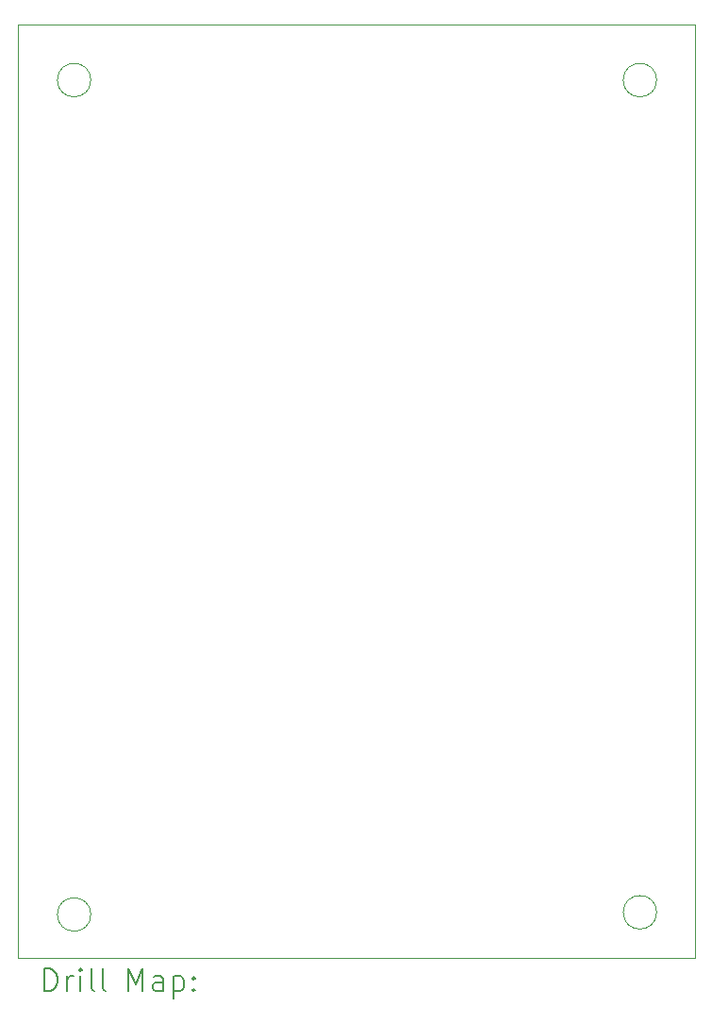
<source format=gbr>
%TF.GenerationSoftware,KiCad,Pcbnew,(7.0.0)*%
%TF.CreationDate,2023-03-15T19:38:20+01:00*%
%TF.ProjectId,QuinLED-ESP32-Breakout,5175696e-4c45-4442-9d45-535033322d42,rev?*%
%TF.SameCoordinates,Original*%
%TF.FileFunction,Drillmap*%
%TF.FilePolarity,Positive*%
%FSLAX45Y45*%
G04 Gerber Fmt 4.5, Leading zero omitted, Abs format (unit mm)*
G04 Created by KiCad (PCBNEW (7.0.0)) date 2023-03-15 19:38:20*
%MOMM*%
%LPD*%
G01*
G04 APERTURE LIST*
%ADD10C,0.100000*%
%ADD11C,0.200000*%
G04 APERTURE END LIST*
D10*
X12342000Y-10668000D02*
G75*
G03*
X12342000Y-10668000I-150000J0D01*
G01*
X6604000Y-10171492D02*
X12683570Y-10171492D01*
X12683570Y-10171492D02*
X12683570Y-18542000D01*
X12683570Y-18542000D02*
X6604000Y-18542000D01*
X6604000Y-18542000D02*
X6604000Y-10171492D01*
X12342000Y-18134014D02*
G75*
G03*
X12342000Y-18134014I-150000J0D01*
G01*
X7262000Y-18153518D02*
G75*
G03*
X7262000Y-18153518I-150000J0D01*
G01*
X7262000Y-10668000D02*
G75*
G03*
X7262000Y-10668000I-150000J0D01*
G01*
D11*
X6846619Y-18840476D02*
X6846619Y-18640476D01*
X6846619Y-18640476D02*
X6894238Y-18640476D01*
X6894238Y-18640476D02*
X6922809Y-18650000D01*
X6922809Y-18650000D02*
X6941857Y-18669048D01*
X6941857Y-18669048D02*
X6951381Y-18688095D01*
X6951381Y-18688095D02*
X6960905Y-18726190D01*
X6960905Y-18726190D02*
X6960905Y-18754762D01*
X6960905Y-18754762D02*
X6951381Y-18792857D01*
X6951381Y-18792857D02*
X6941857Y-18811905D01*
X6941857Y-18811905D02*
X6922809Y-18830952D01*
X6922809Y-18830952D02*
X6894238Y-18840476D01*
X6894238Y-18840476D02*
X6846619Y-18840476D01*
X7046619Y-18840476D02*
X7046619Y-18707143D01*
X7046619Y-18745238D02*
X7056143Y-18726190D01*
X7056143Y-18726190D02*
X7065667Y-18716667D01*
X7065667Y-18716667D02*
X7084714Y-18707143D01*
X7084714Y-18707143D02*
X7103762Y-18707143D01*
X7170428Y-18840476D02*
X7170428Y-18707143D01*
X7170428Y-18640476D02*
X7160905Y-18650000D01*
X7160905Y-18650000D02*
X7170428Y-18659524D01*
X7170428Y-18659524D02*
X7179952Y-18650000D01*
X7179952Y-18650000D02*
X7170428Y-18640476D01*
X7170428Y-18640476D02*
X7170428Y-18659524D01*
X7294238Y-18840476D02*
X7275190Y-18830952D01*
X7275190Y-18830952D02*
X7265667Y-18811905D01*
X7265667Y-18811905D02*
X7265667Y-18640476D01*
X7399000Y-18840476D02*
X7379952Y-18830952D01*
X7379952Y-18830952D02*
X7370428Y-18811905D01*
X7370428Y-18811905D02*
X7370428Y-18640476D01*
X7595190Y-18840476D02*
X7595190Y-18640476D01*
X7595190Y-18640476D02*
X7661857Y-18783333D01*
X7661857Y-18783333D02*
X7728524Y-18640476D01*
X7728524Y-18640476D02*
X7728524Y-18840476D01*
X7909476Y-18840476D02*
X7909476Y-18735714D01*
X7909476Y-18735714D02*
X7899952Y-18716667D01*
X7899952Y-18716667D02*
X7880905Y-18707143D01*
X7880905Y-18707143D02*
X7842809Y-18707143D01*
X7842809Y-18707143D02*
X7823762Y-18716667D01*
X7909476Y-18830952D02*
X7890428Y-18840476D01*
X7890428Y-18840476D02*
X7842809Y-18840476D01*
X7842809Y-18840476D02*
X7823762Y-18830952D01*
X7823762Y-18830952D02*
X7814238Y-18811905D01*
X7814238Y-18811905D02*
X7814238Y-18792857D01*
X7814238Y-18792857D02*
X7823762Y-18773810D01*
X7823762Y-18773810D02*
X7842809Y-18764286D01*
X7842809Y-18764286D02*
X7890428Y-18764286D01*
X7890428Y-18764286D02*
X7909476Y-18754762D01*
X8004714Y-18707143D02*
X8004714Y-18907143D01*
X8004714Y-18716667D02*
X8023762Y-18707143D01*
X8023762Y-18707143D02*
X8061857Y-18707143D01*
X8061857Y-18707143D02*
X8080905Y-18716667D01*
X8080905Y-18716667D02*
X8090428Y-18726190D01*
X8090428Y-18726190D02*
X8099952Y-18745238D01*
X8099952Y-18745238D02*
X8099952Y-18802381D01*
X8099952Y-18802381D02*
X8090428Y-18821429D01*
X8090428Y-18821429D02*
X8080905Y-18830952D01*
X8080905Y-18830952D02*
X8061857Y-18840476D01*
X8061857Y-18840476D02*
X8023762Y-18840476D01*
X8023762Y-18840476D02*
X8004714Y-18830952D01*
X8185667Y-18821429D02*
X8195190Y-18830952D01*
X8195190Y-18830952D02*
X8185667Y-18840476D01*
X8185667Y-18840476D02*
X8176143Y-18830952D01*
X8176143Y-18830952D02*
X8185667Y-18821429D01*
X8185667Y-18821429D02*
X8185667Y-18840476D01*
X8185667Y-18716667D02*
X8195190Y-18726190D01*
X8195190Y-18726190D02*
X8185667Y-18735714D01*
X8185667Y-18735714D02*
X8176143Y-18726190D01*
X8176143Y-18726190D02*
X8185667Y-18716667D01*
X8185667Y-18716667D02*
X8185667Y-18735714D01*
M02*

</source>
